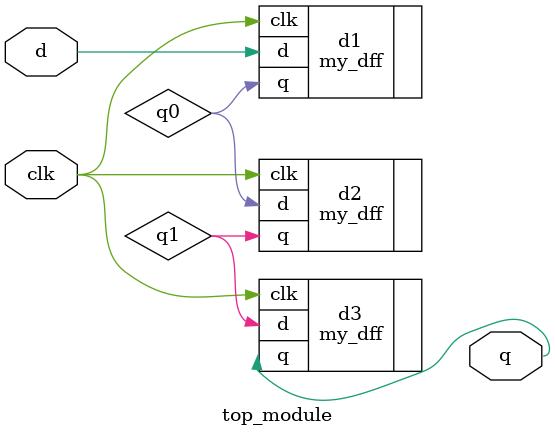
<source format=v>
module top_module ( input clk, input d, output q );
    wire q0,q1;
    my_dff d1(.clk(clk),.d(d),.q(q0));
    my_dff d2(.clk(clk),.d(q0),.q(q1));
    my_dff d3(.clk(clk),.d(q1),.q(q));
endmodule

</source>
